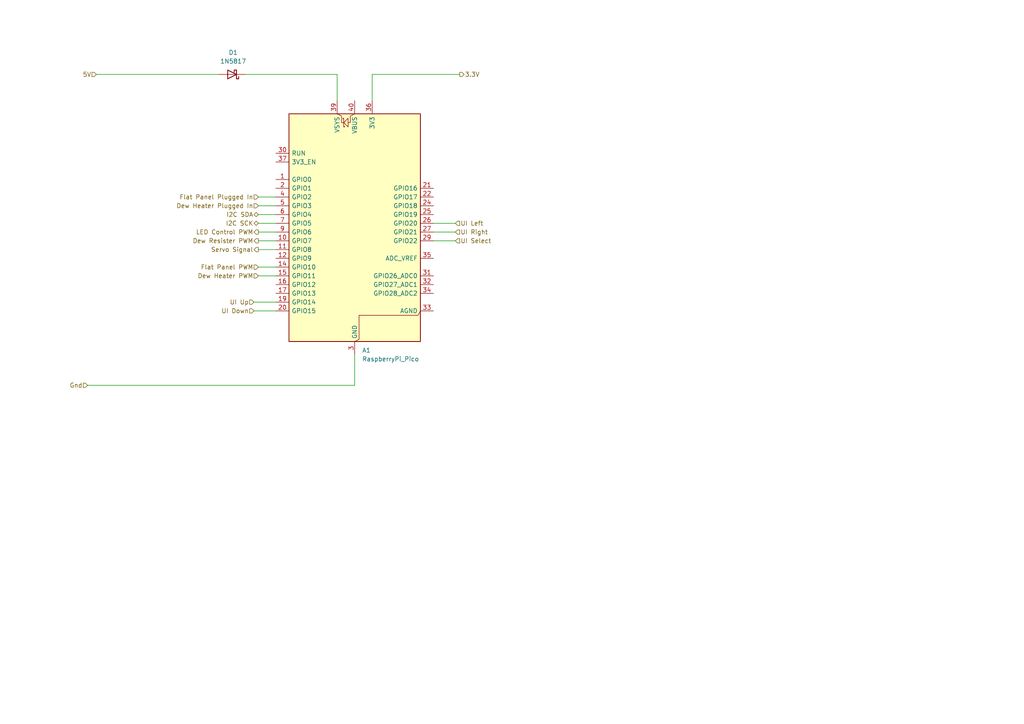
<source format=kicad_sch>
(kicad_sch (version 20250114) (generator "eeschema") (generator_version "9.0")
  (paper "A4")
  (lib_symbols
    (symbol "Device:D_Schottky" (pin_numbers (hide yes)) (pin_names (offset 1.016) (hide yes))
      (property "Reference" "D" (at 0 2.54 0))
      (property "Value" "D_Schottky" (at 0 -2.54 0))
      (symbol "D_Schottky_0_1"
        (polyline (pts (xy -1.905 0.635) (xy -1.905 1.27) (xy -1.27 1.27) (xy -1.27 -1.27) (xy -0.635 -1.27) (xy -0.635 -0.635)) (stroke (width 0.254)))
        (polyline (pts (xy 1.27 1.27) (xy 1.27 -1.27) (xy -1.27 0) (xy 1.27 1.27)) (stroke (width 0.254)))
        (polyline (pts (xy 1.27 0) (xy -1.27 0)))
      )
      (symbol "D_Schottky_1_1"
        (pin passive line (at -3.81 0 0) (length 2.54) (name "K") (number "1"))
        (pin passive line (at 3.81 0 180) (length 2.54) (name "A") (number "2"))
      )
    )
    (symbol "MCU_Module:RaspberryPi_Pico" (pin_names (offset 0.762))
      (property "Reference" "A" (at -19.05 35.56 0))
      (property "Value" "RaspberryPi_Pico" (at 7.62 35.56 0))
      (symbol "RaspberryPi_Pico_0_1"
        (rectangle (start -19.05 34.29) (end 19.05 -31.75) (stroke (width 0.254)) (fill (type background)))
        (polyline (pts (xy -5.08 34.29) (xy -3.81 33.655) (xy -3.81 31.75) (xy -3.175 31.75)))
        (polyline (pts (xy -3.429 32.766) (xy -3.429 33.02) (xy -3.175 33.02) (xy -3.175 30.48) (xy -2.921 30.48) (xy -2.921 30.734)))
        (polyline (pts (xy -3.175 31.75) (xy -1.905 33.02) (xy -1.905 30.48) (xy -3.175 31.75)))
        (polyline (pts (xy 0 34.29) (xy -1.27 33.655) (xy -1.27 31.75) (xy -1.905 31.75)))
        (polyline (pts (xy 0 -31.75) (xy 1.27 -31.115) (xy 1.27 -24.13) (xy 18.415 -24.13) (xy 19.05 -22.86)))
      )
      (symbol "RaspberryPi_Pico_1_1"
        (pin passive line (at -22.86 22.86 0) (length 3.81) (name "RUN") (number "30"))
        (pin passive line (at -22.86 20.32 0) (length 3.81) (name "3V3_EN") (number "37"))
        (pin bidirectional line (at -22.86 15.24 0) (length 3.81) (name "GPIO0") (number "1"))
        (pin bidirectional line (at -22.86 12.7 0) (length 3.81) (name "GPIO1") (number "2"))
        (pin bidirectional line (at -22.86 10.16 0) (length 3.81) (name "GPIO2") (number "4"))
        (pin bidirectional line (at -22.86 7.62 0) (length 3.81) (name "GPIO3") (number "5"))
        (pin bidirectional line (at -22.86 5.08 0) (length 3.81) (name "GPIO4") (number "6"))
        (pin bidirectional line (at -22.86 2.54 0) (length 3.81) (name "GPIO5") (number "7"))
        (pin bidirectional line (at -22.86 0 0) (length 3.81) (name "GPIO6") (number "9"))
        (pin bidirectional line (at -22.86 -2.54 0) (length 3.81) (name "GPIO7") (number "10"))
        (pin bidirectional line (at -22.86 -5.08 0) (length 3.81) (name "GPIO8") (number "11"))
        (pin bidirectional line (at -22.86 -7.62 0) (length 3.81) (name "GPIO9") (number "12"))
        (pin bidirectional line (at -22.86 -10.16 0) (length 3.81) (name "GPIO10") (number "14"))
        (pin bidirectional line (at -22.86 -12.7 0) (length 3.81) (name "GPIO11") (number "15"))
        (pin bidirectional line (at -22.86 -15.24 0) (length 3.81) (name "GPIO12") (number "16"))
        (pin bidirectional line (at -22.86 -17.78 0) (length 3.81) (name "GPIO13") (number "17"))
        (pin bidirectional line (at -22.86 -20.32 0) (length 3.81) (name "GPIO14") (number "19"))
        (pin bidirectional line (at -22.86 -22.86 0) (length 3.81) (name "GPIO15") (number "20"))
        (pin power_in line (at -5.08 38.1 270) (length 3.81) (name "VSYS") (number "39"))
        (pin power_out line (at 0 38.1 270) (length 3.81) (name "VBUS") (number "40"))
        (pin passive line (at 0 -35.56 90) (length 3.81) (hide yes) (name "GND") (number "13"))
        (pin passive line (at 0 -35.56 90) (length 3.81) (hide yes) (name "GND") (number "18"))
        (pin passive line (at 0 -35.56 90) (length 3.81) (hide yes) (name "GND") (number "23"))
        (pin passive line (at 0 -35.56 90) (length 3.81) (hide yes) (name "GND") (number "28"))
        (pin power_out line (at 0 -35.56 90) (length 3.81) (name "GND") (number "3"))
        (pin passive line (at 0 -35.56 90) (length 3.81) (hide yes) (name "GND") (number "38"))
        (pin passive line (at 0 -35.56 90) (length 3.81) (hide yes) (name "GND") (number "8"))
        (pin power_out line (at 5.08 38.1 270) (length 3.81) (name "3V3") (number "36"))
        (pin bidirectional line (at 22.86 12.7 180) (length 3.81) (name "GPIO16") (number "21"))
        (pin bidirectional line (at 22.86 10.16 180) (length 3.81) (name "GPIO17") (number "22"))
        (pin bidirectional line (at 22.86 7.62 180) (length 3.81) (name "GPIO18") (number "24"))
        (pin bidirectional line (at 22.86 5.08 180) (length 3.81) (name "GPIO19") (number "25"))
        (pin bidirectional line (at 22.86 2.54 180) (length 3.81) (name "GPIO20") (number "26"))
        (pin bidirectional line (at 22.86 0 180) (length 3.81) (name "GPIO21") (number "27"))
        (pin bidirectional line (at 22.86 -2.54 180) (length 3.81) (name "GPIO22") (number "29"))
        (pin power_in line (at 22.86 -7.62 180) (length 3.81) (name "ADC_VREF") (number "35"))
        (pin bidirectional line (at 22.86 -12.7 180) (length 3.81) (name "GPIO26_ADC0") (number "31"))
        (pin bidirectional line (at 22.86 -15.24 180) (length 3.81) (name "GPIO27_ADC1") (number "32"))
        (pin bidirectional line (at 22.86 -17.78 180) (length 3.81) (name "GPIO28_ADC2") (number "34"))
        (pin power_out line (at 22.86 -22.86 180) (length 3.81) (name "AGND") (number "33"))
      )
    )
  )
  (wire (pts (xy 71.12 21.59) (xy 97.79 21.59)))
  (wire (pts (xy 102.87 102.87) (xy 102.87 111.76)))
  (wire (pts (xy 74.93 62.23) (xy 80.01 62.23)))
  (wire (pts (xy 27.94 21.59) (xy 63.5 21.59)))
  (wire (pts (xy 25.4 111.76) (xy 102.87 111.76)))
  (wire (pts (xy 125.73 69.85) (xy 132.08 69.85)))
  (wire (pts (xy 74.93 77.47) (xy 80.01 77.47)))
  (wire (pts (xy 107.95 29.21) (xy 107.95 21.59)))
  (wire (pts (xy 125.73 67.31) (xy 132.08 67.31)))
  (wire (pts (xy 73.66 90.17) (xy 80.01 90.17)))
  (wire (pts (xy 74.93 59.69) (xy 80.01 59.69)))
  (wire (pts (xy 97.79 21.59) (xy 97.79 29.21)))
  (wire (pts (xy 74.93 64.77) (xy 80.01 64.77)))
  (wire (pts (xy 125.73 64.77) (xy 132.08 64.77)))
  (wire (pts (xy 107.95 21.59) (xy 133.35 21.59)))
  (wire (pts (xy 74.93 57.15) (xy 80.01 57.15)))
  (wire (pts (xy 73.66 87.63) (xy 80.01 87.63)))
  (wire (pts (xy 80.01 80.01) (xy 74.93 80.01)))
  (wire (pts (xy 74.93 69.85) (xy 80.01 69.85)))
  (wire (pts (xy 74.93 72.39) (xy 80.01 72.39)))
  (wire (pts (xy 74.93 67.31) (xy 80.01 67.31)))
  (hierarchical_label "5V" (shape input) (at 27.94 21.59 180))
  (hierarchical_label "Dew Resister PWM" (shape output) (at 74.93 69.85 180))
  (hierarchical_label "UI Select" (shape input) (at 132.08 69.85 0))
  (hierarchical_label "Flat Panel Plugged In" (shape input) (at 74.93 57.15 180))
  (hierarchical_label "UI Down" (shape input) (at 73.66 90.17 180))
  (hierarchical_label "UI Right" (shape input) (at 132.08 67.31 0))
  (hierarchical_label "Dew Heater Plugged In" (shape input) (at 74.93 59.69 180))
  (hierarchical_label "3.3V" (shape output) (at 133.35 21.59 0))
  (hierarchical_label "UI Up" (shape input) (at 73.66 87.63 180))
  (hierarchical_label "Servo Signal" (shape output) (at 74.93 72.39 180))
  (hierarchical_label "Dew Heater PWM" (shape input) (at 74.93 80.01 180))
  (hierarchical_label "I2C SDA" (shape bidirectional) (at 74.93 62.23 180))
  (hierarchical_label "Flat Panel PWM" (shape input) (at 74.93 77.47 180))
  (hierarchical_label "UI Left" (shape input) (at 132.08 64.77 0))
  (hierarchical_label "LED Control PWM" (shape output) (at 74.93 67.31 180))
  (hierarchical_label "I2C SCK" (shape bidirectional) (at 74.93 64.77 180))
  (hierarchical_label "Gnd" (shape input) (at 25.4 111.76 180))
  (symbol (lib_id "Device:D_Schottky") (at 67.31 21.59 180) (unit 1)
    (property "Reference" "D1" (at 67.6275 15.24 0))
    (property "Value" "1N5817" (at 67.6275 17.78 0))
    (property "Footprint" "Diode_THT:D_DO-15_P10.16mm_Horizontal" (effects (hide yes)))
    (property "Description" "Schottky diode" (effects (hide yes)))
  )
  (symbol (lib_id "MCU_Module:RaspberryPi_Pico") (at 102.87 67.31 0) (unit 1)
    (property "Reference" "A1" (at 105.0133 101.6 0) (effects (justify left)))
    (property "Value" "RaspberryPi_Pico" (at 105.0133 104.14 0) (effects (justify left)))
    (property "Footprint" "Module:RaspberryPi_Pico_Common_Unspecified" (effects (hide yes)))
    (property "Datasheet" "https://datasheets.raspberrypi.com/pico/pico-datasheet.pdf" (effects (hide yes)))
    (property "Description" "Versatile and inexpensive microcontroller module powered by RP2040 dual-core Arm Cortex-M0+ processor up to 133 MHz, 264kB SRAM, 2MB QSPI flash; also supports Raspberry Pi Pico 2" (effects (hide yes)))
  )
)
</source>
